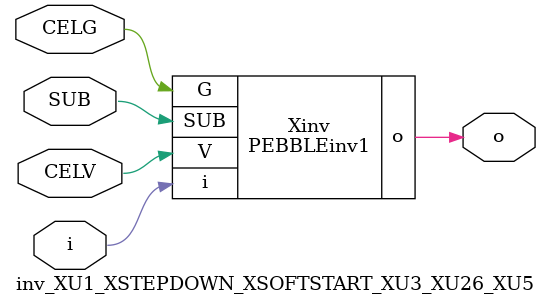
<source format=v>



module PEBBLEinv1 ( o, G, SUB, V, i );

  input V;
  input i;
  input G;
  output o;
  input SUB;
endmodule

//Celera Confidential Do Not Copy inv_XU1_XSTEPDOWN_XSOFTSTART_XU3_XU26_XU5
//Celera Confidential Symbol Generator
//5V Inverter
module inv_XU1_XSTEPDOWN_XSOFTSTART_XU3_XU26_XU5 (CELV,CELG,i,o,SUB);
input CELV;
input CELG;
input i;
input SUB;
output o;

//Celera Confidential Do Not Copy inv
PEBBLEinv1 Xinv(
.V (CELV),
.i (i),
.o (o),
.SUB (SUB),
.G (CELG)
);
//,diesize,PEBBLEinv1

//Celera Confidential Do Not Copy Module End
//Celera Schematic Generator
endmodule

</source>
